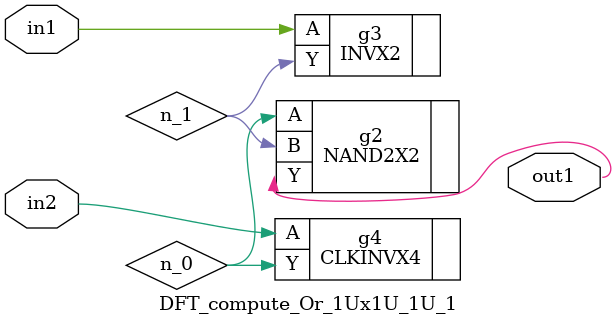
<source format=v>
`timescale 1ps / 1ps


module DFT_compute_Or_1Ux1U_1U_1(in2, in1, out1);
  input in2, in1;
  output out1;
  wire in2, in1;
  wire out1;
  wire n_0, n_1;
  NAND2X2 g2(.A (n_0), .B (n_1), .Y (out1));
  INVX2 g3(.A (in1), .Y (n_1));
  CLKINVX4 g4(.A (in2), .Y (n_0));
endmodule



</source>
